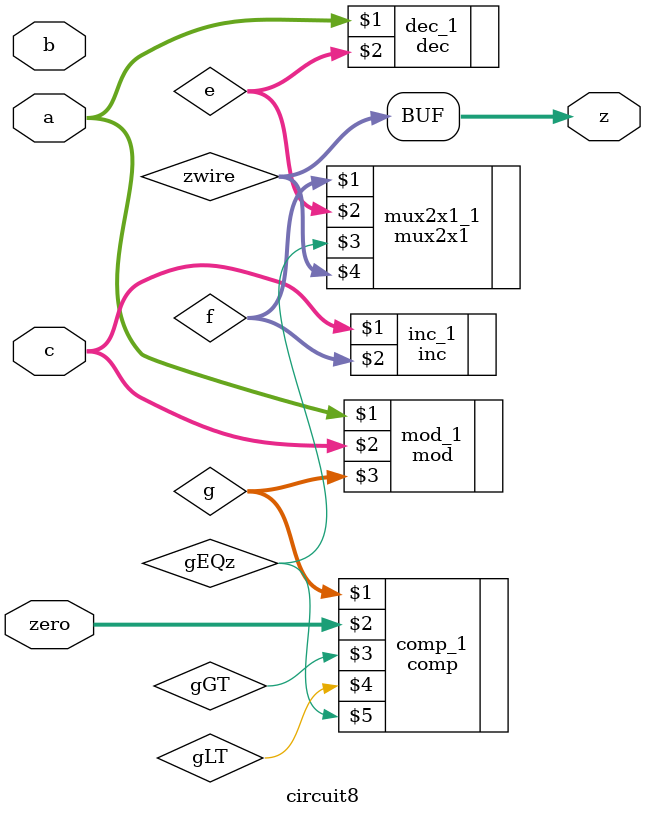
<source format=v>
`timescale 1ns / 1ps


module circuit8(a,b,c, zero, z );
input [63:0] a,b,c,zero;
output [63:0] z ;

wire [63:0] e,f,g, zwire;
wire gEQz, gLT, gGT;

parameter bw64=64;

dec #(.DATAWIDTH(bw64)) dec_1(a,e);
inc #(.DATAWIDTH(bw64)) inc_1(c,f);
mod #(.DATAWIDTH(bw64)) mod_1(a,c,g);

comp #(.DATAWIDTH(bw64)) comp_1(g,zero,gGT, gLT ,gEQz);

mux2x1 #(.DATAWIDTH(bw64)) mux2x1_1(f,e,gEQz,zwire);

assign z=zwire;
endmodule
</source>
